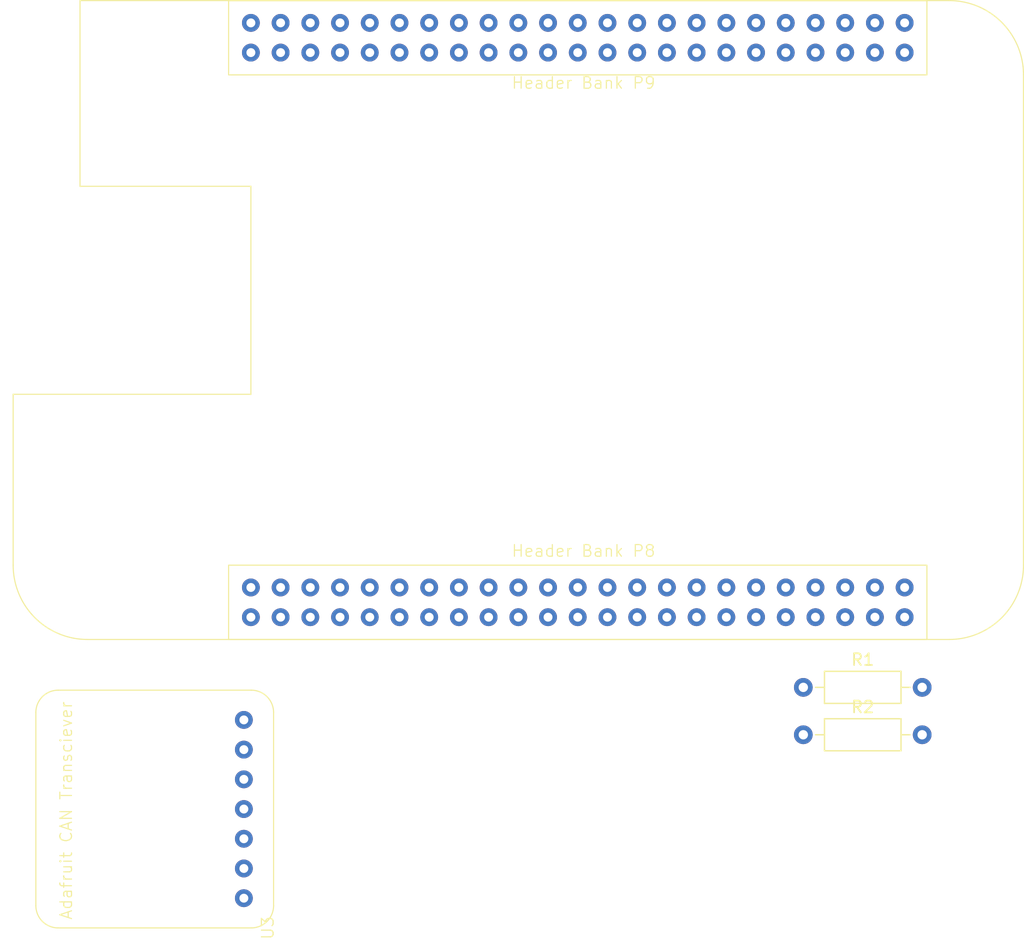
<source format=kicad_pcb>
(kicad_pcb (version 20240108) (generator "pcbnew") (generator_version "8.0")
  (title_block (title "BeagleBone Black PCI104 Motherboard - Ian Goldberg"))
  (layers (0 "F.Cu" signal) (31 "B.Cu" signal) (34 "B.Paste" user) (35 "F.Paste" user) (36 "B.SilkS" user "B.Silkscreen") (37 "F.SilkS" user "F.Silkscreen") (38 "B.Mask" user) (39 "F.Mask" user) (44 "Edge.Cuts" user))
  (net 0 "")
  (net 1 "/5V")
  (net 2 "/I2C_SCL")
  (net 3 "/I2C_SDA")
  (net 5 "/GPIO2_1")
  (net 7 "/GPIO2_24")
  (net 8 "/SYS_RESETn")
  (net 9 "/UART_TX")
  (net 11 "/GPIO2_12")
  (net 12 "GND")
  (net 13 "/GPIO3_21")
  (net 15 "/GPIO2_23")
  (net 16 "/GPIO2_8")
  (net 18 "/GPIO2_10")
  (net 19 "/CAN1_RX")
  (net 21 "/UART_RX")
  (net 22 "/GPIO2_6")
  (net 23 "/GPIO2_7")
  (net 24 "/GPIO1_13")
  (net 25 "/GPIO1_27")
  (net 26 "/GPIO2_9")
  (net 30 "/GPIO2_25")
  (net 31 "/GPIO1_15")
  (net 33 "/GPIO0_7")
  (net 34 "/GPI02_22")
  (net 37 "/GPIO2_13")
  (net 38 "/GPIO1_12")
  (net 39 "/GPIO1_17")
  (net 44 "/CAN1_TX")
  (net 51 "/GPIO1_26")
  (net 53 "/GPIO1_14")
  (footprint "AdafruitCANTransciever:AdafruitCANPal_TJA1051T" (layer "F.Cu") (at 113.06 126.56 90)
    (property "Reference" "U3" (at 0 -0.5 90) (layer "F.SilkS") (effects (font (thickness 0.1))))
    (property "Value" "~")
    (fp_line (start 1.905 -20.32) (end 18.415 -20.32) (stroke (width 0.1)) (layer "F.SilkS"))
    (fp_line (start 20.32 -18.415) (end 20.32 -1.905) (stroke (width 0.1)) (layer "F.SilkS"))
    (fp_line (start 0 -1.905) (end 0 -18.415) (stroke (width 0.1)) (layer "F.SilkS"))
    (fp_line (start 18.415 0) (end 1.905 0) (stroke (width 0.1)) (layer "F.SilkS"))
    (fp_arc (start 18.415 -20.32) (mid 19.762038 -19.762038) (end 20.32 -18.415) (stroke (width 0.1)) (layer "F.SilkS"))
    (fp_arc (start 0 -18.415) (mid 0.557962 -19.762038) (end 1.905 -20.32) (stroke (width 0.1)) (layer "F.SilkS"))
    (fp_arc (start 20.32 -1.905) (mid 19.762038 -0.557962) (end 18.415 0) (stroke (width 0.1)) (layer "F.SilkS"))
    (fp_arc (start 1.905 0) (mid 0.557962 -0.557962) (end 0 -1.905) (stroke (width 0.1)) (layer "F.SilkS"))
    (fp_text user "Adafruit CAN Transciever" (at 0.635 -17.145 90) (layer "F.SilkS") (effects (font (thickness 0.1)) (justify left bottom)))
    (pad "1" thru_hole circle (at 2.54 -2.54 90) (size 1.524 1.524) (drill 0.762) (layers "*.Cu" "*.Mask"))
    (pad "2" thru_hole circle (at 5.08 -2.54 90) (size 1.524 1.524) (drill 0.762) (layers "*.Cu" "*.Mask"))
    (pad "3" thru_hole circle (at 7.62 -2.54 90) (size 1.524 1.524) (drill 0.762) (layers "*.Cu" "*.Mask"))
    (pad "4" thru_hole circle (at 10.16 -2.54 90) (size 1.524 1.524) (drill 0.762) (layers "*.Cu" "*.Mask"))
    (pad "5" thru_hole circle (at 12.7 -2.54 90) (size 1.524 1.524) (drill 0.762) (layers "*.Cu" "*.Mask"))
    (pad "6" thru_hole circle (at 15.24 -2.54 90) (size 1.524 1.524) (drill 0.762) (layers "*.Cu" "*.Mask"))
    (pad "7" thru_hole circle (at 17.78 -2.54 90) (size 1.524 1.524) (drill 0.762) (layers "*.Cu" "*.Mask"))
  )
  (footprint "Module:BeagleBoneBlackFootprint" (layer "F.Cu") (at 90.8 101.905)
    (property "Reference" "U1" (hide yes))
    (property "Value" "~" (hide yes))
    (fp_line (start 0 -20.955) (end 0 -6.35) (stroke (width 0.1)) (layer "F.SilkS"))
    (fp_line (start 0 -20.955) (end 20.32 -20.955) (stroke (width 0.1)) (layer "F.SilkS"))
    (fp_line (start 5.715 -54.61) (end 80.01 -54.61) (stroke (width 0.1)) (layer "F.SilkS"))
    (fp_line (start 5.715 -38.735) (end 5.715 -54.61) (stroke (width 0.1)) (layer "F.SilkS"))
    (fp_line (start 6.35 0) (end 80.01 0) (stroke (width 0.1)) (layer "F.SilkS"))
    (fp_line (start 20.32 -38.735) (end 5.715 -38.735) (stroke (width 0.1)) (layer "F.SilkS"))
    (fp_line (start 20.32 -20.955) (end 20.32 -38.735) (stroke (width 0.1)) (layer "F.SilkS"))
    (fp_line (start 86.36 -48.26) (end 86.36 -6.35) (stroke (width 0.1)) (layer "F.SilkS"))
    (fp_rect (start 18.415 -54.61) (end 78.105 -48.26) (stroke (width 0.1)) (fill none) (layer "F.SilkS"))
    (fp_rect (start 18.415 -6.35) (end 78.105 0) (stroke (width 0.1)) (fill none) (layer "F.SilkS"))
    (fp_arc (start 6.35 0) (mid 1.859872 -1.859872) (end 0 -6.35) (stroke (width 0.1)) (layer "F.SilkS"))
    (fp_arc (start 80.01 -54.61) (mid 84.500128 -52.750128) (end 86.36 -48.26) (stroke (width 0.1)) (layer "F.SilkS"))
    (fp_arc (start 86.36 -6.35) (mid 84.500128 -1.859872) (end 80.01 0) (stroke (width 0.1)) (layer "F.SilkS"))
    (fp_text user "Header Bank P8" (at 42.545 -6.985 0) (layer "F.SilkS") (effects (font (thickness 0.1)) (justify left bottom)))
    (fp_text user "Header Bank P9" (at 42.545 -46.99 0) (layer "F.SilkS") (effects (font (thickness 0.1)) (justify left bottom)))
    (pad "1" thru_hole circle (at 20.32 -50.165) (size 1.524 1.524) (drill 0.762) (layers "*.Cu" "*.Mask") (net 12 "GND"))
    (pad "1" thru_hole circle (at 20.32 -1.905) (size 1.524 1.524) (drill 0.762) (layers "*.Cu" "*.Mask") (net 12 "GND"))
    (pad "2" thru_hole circle (at 20.32 -52.705) (size 1.524 1.524) (drill 0.762) (layers "*.Cu" "*.Mask") (net 12 "GND"))
    (pad "2" thru_hole circle (at 20.32 -4.445) (size 1.524 1.524) (drill 0.762) (layers "*.Cu" "*.Mask") (net 12 "GND"))
    (pad "3" thru_hole circle (at 22.86 -50.165) (size 1.524 1.524) (drill 0.762) (layers "*.Cu" "*.Mask"))
    (pad "3" thru_hole circle (at 22.86 -1.905) (size 1.524 1.524) (drill 0.762) (layers "*.Cu" "*.Mask"))
    (pad "4" thru_hole circle (at 22.86 -52.705) (size 1.524 1.524) (drill 0.762) (layers "*.Cu" "*.Mask"))
    (pad "4" thru_hole circle (at 22.86 -4.445) (size 1.524 1.524) (drill 0.762) (layers "*.Cu" "*.Mask"))
    (pad "5" thru_hole circle (at 25.4 -50.165) (size 1.524 1.524) (drill 0.762) (layers "*.Cu" "*.Mask") (net 1 "/5V"))
    (pad "5" thru_hole circle (at 25.4 -1.905) (size 1.524 1.524) (drill 0.762) (layers "*.Cu" "*.Mask") (net 1 "/5V"))
    (pad "6" thru_hole circle (at 25.4 -52.705) (size 1.524 1.524) (drill 0.762) (layers "*.Cu" "*.Mask") (net 1 "/5V"))
    (pad "6" thru_hole circle (at 25.4 -4.445) (size 1.524 1.524) (drill 0.762) (layers "*.Cu" "*.Mask") (net 1 "/5V"))
    (pad "7" thru_hole circle (at 27.94 -50.165) (size 1.524 1.524) (drill 0.762) (layers "*.Cu" "*.Mask"))
    (pad "7" thru_hole circle (at 27.94 -1.905) (size 1.524 1.524) (drill 0.762) (layers "*.Cu" "*.Mask"))
    (pad "8" thru_hole circle (at 27.94 -52.705) (size 1.524 1.524) (drill 0.762) (layers "*.Cu" "*.Mask"))
    (pad "8" thru_hole circle (at 27.94 -4.445) (size 1.524 1.524) (drill 0.762) (layers "*.Cu" "*.Mask"))
    (pad "9" thru_hole circle (at 30.48 -50.165) (size 1.524 1.524) (drill 0.762) (layers "*.Cu" "*.Mask"))
    (pad "9" thru_hole circle (at 30.48 -1.905) (size 1.524 1.524) (drill 0.762) (layers "*.Cu" "*.Mask"))
    (pad "10" thru_hole circle (at 30.48 -52.705) (size 1.524 1.524) (drill 0.762) (layers "*.Cu" "*.Mask") (net 8 "/SYS_RESETn"))
    (pad "10" thru_hole circle (at 30.48 -4.445) (size 1.524 1.524) (drill 0.762) (layers "*.Cu" "*.Mask") (net 8 "/SYS_RESETn"))
    (pad "11" thru_hole circle (at 33.02 -50.165) (size 1.524 1.524) (drill 0.762) (layers "*.Cu" "*.Mask") (net 24 "/GPIO1_13"))
    (pad "11" thru_hole circle (at 33.02 -1.905) (size 1.524 1.524) (drill 0.762) (layers "*.Cu" "*.Mask") (net 24 "/GPIO1_13"))
    (pad "12" thru_hole circle (at 33.02 -52.705) (size 1.524 1.524) (drill 0.762) (layers "*.Cu" "*.Mask") (net 38 "/GPIO1_12"))
    (pad "12" thru_hole circle (at 33.02 -4.445) (size 1.524 1.524) (drill 0.762) (layers "*.Cu" "*.Mask") (net 38 "/GPIO1_12"))
    (pad "13" thru_hole circle (at 35.56 -50.165) (size 1.524 1.524) (drill 0.762) (layers "*.Cu" "*.Mask"))
    (pad "13" thru_hole circle (at 35.56 -1.905) (size 1.524 1.524) (drill 0.762) (layers "*.Cu" "*.Mask"))
    (pad "14" thru_hole circle (at 35.56 -52.705) (size 1.524 1.524) (drill 0.762) (layers "*.Cu" "*.Mask") (net 51 "/GPIO1_26"))
    (pad "14" thru_hole circle (at 35.56 -4.445) (size 1.524 1.524) (drill 0.762) (layers "*.Cu" "*.Mask") (net 51 "/GPIO1_26"))
    (pad "15" thru_hole circle (at 38.1 -50.165) (size 1.524 1.524) (drill 0.762) (layers "*.Cu" "*.Mask") (net 31 "/GPIO1_15"))
    (pad "15" thru_hole circle (at 38.1 -1.905) (size 1.524 1.524) (drill 0.762) (layers "*.Cu" "*.Mask") (net 31 "/GPIO1_15"))
    (pad "16" thru_hole circle (at 38.1 -52.705) (size 1.524 1.524) (drill 0.762) (layers "*.Cu" "*.Mask") (net 53 "/GPIO1_14"))
    (pad "16" thru_hole circle (at 38.1 -4.445) (size 1.524 1.524) (drill 0.762) (layers "*.Cu" "*.Mask") (net 53 "/GPIO1_14"))
    (pad "17" thru_hole circle (at 40.64 -50.165) (size 1.524 1.524) (drill 0.762) (layers "*.Cu" "*.Mask") (net 25 "/GPIO1_27"))
    (pad "17" thru_hole circle (at 40.64 -1.905) (size 1.524 1.524) (drill 0.762) (layers "*.Cu" "*.Mask") (net 25 "/GPIO1_27"))
    (pad "18" thru_hole circle (at 40.64 -52.705) (size 1.524 1.524) (drill 0.762) (layers "*.Cu" "*.Mask") (net 5 "/GPIO2_1"))
    (pad "18" thru_hole circle (at 40.64 -4.445) (size 1.524 1.524) (drill 0.762) (layers "*.Cu" "*.Mask") (net 5 "/GPIO2_1"))
    (pad "19" thru_hole circle (at 43.18 -50.165) (size 1.524 1.524) (drill 0.762) (layers "*.Cu" "*.Mask"))
    (pad "19" thru_hole circle (at 43.18 -1.905) (size 1.524 1.524) (drill 0.762) (layers "*.Cu" "*.Mask"))
    (pad "20" thru_hole circle (at 43.18 -52.705) (size 1.524 1.524) (drill 0.762) (layers "*.Cu" "*.Mask"))
    (pad "20" thru_hole circle (at 43.18 -4.445) (size 1.524 1.524) (drill 0.762) (layers "*.Cu" "*.Mask"))
    (pad "21" thru_hole circle (at 45.72 -50.165) (size 1.524 1.524) (drill 0.762) (layers "*.Cu" "*.Mask") (net 9 "/UART_TX"))
    (pad "21" thru_hole circle (at 45.72 -1.905) (size 1.524 1.524) (drill 0.762) (layers "*.Cu" "*.Mask") (net 9 "/UART_TX"))
    (pad "22" thru_hole circle (at 45.72 -52.705) (size 1.524 1.524) (drill 0.762) (layers "*.Cu" "*.Mask") (net 21 "/UART_RX"))
    (pad "22" thru_hole circle (at 45.72 -4.445) (size 1.524 1.524) (drill 0.762) (layers "*.Cu" "*.Mask") (net 21 "/UART_RX"))
    (pad "23" thru_hole circle (at 48.26 -50.165) (size 1.524 1.524) (drill 0.762) (layers "*.Cu" "*.Mask") (net 39 "/GPIO1_17"))
    (pad "23" thru_hole circle (at 48.26 -1.905) (size 1.524 1.524) (drill 0.762) (layers "*.Cu" "*.Mask") (net 39 "/GPIO1_17"))
    (pad "24" thru_hole circle (at 48.26 -52.705) (size 1.524 1.524) (drill 0.762) (layers "*.Cu" "*.Mask") (net 19 "/CAN1_RX"))
    (pad "24" thru_hole circle (at 48.26 -4.445) (size 1.524 1.524) (drill 0.762) (layers "*.Cu" "*.Mask") (net 19 "/CAN1_RX"))
    (pad "25" thru_hole circle (at 50.8 -50.165) (size 1.524 1.524) (drill 0.762) (layers "*.Cu" "*.Mask") (net 13 "/GPIO3_21"))
    (pad "25" thru_hole circle (at 50.8 -1.905) (size 1.524 1.524) (drill 0.762) (layers "*.Cu" "*.Mask") (net 13 "/GPIO3_21"))
    (pad "26" thru_hole circle (at 50.8 -52.705) (size 1.524 1.524) (drill 0.762) (layers "*.Cu" "*.Mask") (net 44 "/CAN1_TX"))
    (pad "26" thru_hole circle (at 50.8 -4.445) (size 1.524 1.524) (drill 0.762) (layers "*.Cu" "*.Mask") (net 44 "/CAN1_TX"))
    (pad "27" thru_hole circle (at 53.34 -50.165) (size 1.524 1.524) (drill 0.762) (layers "*.Cu" "*.Mask") (net 34 "/GPI02_22"))
    (pad "27" thru_hole circle (at 53.34 -1.905) (size 1.524 1.524) (drill 0.762) (layers "*.Cu" "*.Mask") (net 34 "/GPI02_22"))
    (pad "28" thru_hole circle (at 53.34 -52.705) (size 1.524 1.524) (drill 0.762) (layers "*.Cu" "*.Mask") (net 7 "/GPIO2_24"))
    (pad "28" thru_hole circle (at 53.34 -4.445) (size 1.524 1.524) (drill 0.762) (layers "*.Cu" "*.Mask") (net 7 "/GPIO2_24"))
    (pad "29" thru_hole circle (at 55.88 -50.165) (size 1.524 1.524) (drill 0.762) (layers "*.Cu" "*.Mask") (net 15 "/GPIO2_23"))
    (pad "29" thru_hole circle (at 55.88 -1.905) (size 1.524 1.524) (drill 0.762) (layers "*.Cu" "*.Mask") (net 15 "/GPIO2_23"))
    (pad "30" thru_hole circle (at 55.88 -52.705) (size 1.524 1.524) (drill 0.762) (layers "*.Cu" "*.Mask") (net 30 "/GPIO2_25"))
    (pad "30" thru_hole circle (at 55.88 -4.445) (size 1.524 1.524) (drill 0.762) (layers "*.Cu" "*.Mask") (net 30 "/GPIO2_25"))
    (pad "31" thru_hole circle (at 58.42 -50.165) (size 1.524 1.524) (drill 0.762) (layers "*.Cu" "*.Mask"))
    (pad "31" thru_hole circle (at 58.42 -1.905) (size 1.524 1.524) (drill 0.762) (layers "*.Cu" "*.Mask"))
    (pad "32" thru_hole circle (at 58.42 -52.705) (size 1.524 1.524) (drill 0.762) (layers "*.Cu" "*.Mask"))
    (pad "32" thru_hole circle (at 58.42 -4.445) (size 1.524 1.524) (drill 0.762) (layers "*.Cu" "*.Mask"))
    (pad "33" thru_hole circle (at 60.96 -50.165) (size 1.524 1.524) (drill 0.762) (layers "*.Cu" "*.Mask"))
    (pad "33" thru_hole circle (at 60.96 -1.905) (size 1.524 1.524) (drill 0.762) (layers "*.Cu" "*.Mask"))
    (pad "34" thru_hole circle (at 60.96 -52.705) (size 1.524 1.524) (drill 0.762) (layers "*.Cu" "*.Mask"))
    (pad "34" thru_hole circle (at 60.96 -4.445) (size 1.524 1.524) (drill 0.762) (layers "*.Cu" "*.Mask"))
    (pad "35" thru_hole circle (at 63.5 -50.165) (size 1.524 1.524) (drill 0.762) (layers "*.Cu" "*.Mask"))
    (pad "35" thru_hole circle (at 63.5 -1.905) (size 1.524 1.524) (drill 0.762) (layers "*.Cu" "*.Mask"))
    (pad "36" thru_hole circle (at 63.5 -52.705) (size 1.524 1.524) (drill 0.762) (layers "*.Cu" "*.Mask"))
    (pad "36" thru_hole circle (at 63.5 -4.445) (size 1.524 1.524) (drill 0.762) (layers "*.Cu" "*.Mask"))
    (pad "37" thru_hole circle (at 66.04 -50.165) (size 1.524 1.524) (drill 0.762) (layers "*.Cu" "*.Mask"))
    (pad "37" thru_hole circle (at 66.04 -1.905) (size 1.524 1.524) (drill 0.762) (layers "*.Cu" "*.Mask"))
    (pad "38" thru_hole circle (at 66.04 -52.705) (size 1.524 1.524) (drill 0.762) (layers "*.Cu" "*.Mask"))
    (pad "38" thru_hole circle (at 66.04 -4.445) (size 1.524 1.524) (drill 0.762) (layers "*.Cu" "*.Mask"))
    (pad "39" thru_hole circle (at 68.58 -50.165) (size 1.524 1.524) (drill 0.762) (layers "*.Cu" "*.Mask") (net 11 "/GPIO2_12"))
    (pad "39" thru_hole circle (at 68.58 -1.905) (size 1.524 1.524) (drill 0.762) (layers "*.Cu" "*.Mask") (net 11 "/GPIO2_12"))
    (pad "40" thru_hole circle (at 68.58 -52.705) (size 1.524 1.524) (drill 0.762) (layers "*.Cu" "*.Mask") (net 37 "/GPIO2_13"))
    (pad "40" thru_hole circle (at 68.58 -4.445) (size 1.524 1.524) (drill 0.762) (layers "*.Cu" "*.Mask") (net 37 "/GPIO2_13"))
    (pad "41" thru_hole circle (at 71.12 -50.165) (size 1.524 1.524) (drill 0.762) (layers "*.Cu" "*.Mask") (net 18 "/GPIO2_10"))
    (pad "41" thru_hole circle (at 71.12 -1.905) (size 1.524 1.524) (drill 0.762) (layers "*.Cu" "*.Mask") (net 18 "/GPIO2_10"))
    (pad "42" thru_hole circle (at 71.12 -52.705) (size 1.524 1.524) (drill 0.762) (layers "*.Cu" "*.Mask") (net 33 "/GPIO0_7"))
    (pad "42" thru_hole circle (at 71.12 -4.445) (size 1.524 1.524) (drill 0.762) (layers "*.Cu" "*.Mask") (net 33 "/GPIO0_7"))
    (pad "43" thru_hole circle (at 73.66 -50.165) (size 1.524 1.524) (drill 0.762) (layers "*.Cu" "*.Mask") (net 16 "/GPIO2_8"))
    (pad "43" thru_hole circle (at 73.66 -1.905) (size 1.524 1.524) (drill 0.762) (layers "*.Cu" "*.Mask") (net 16 "/GPIO2_8"))
    (pad "44" thru_hole circle (at 73.66 -52.705) (size 1.524 1.524) (drill 0.762) (layers "*.Cu" "*.Mask") (net 26 "/GPIO2_9"))
    (pad "44" thru_hole circle (at 73.66 -4.445) (size 1.524 1.524) (drill 0.762) (layers "*.Cu" "*.Mask") (net 26 "/GPIO2_9"))
    (pad "45" thru_hole circle (at 76.2 -50.165) (size 1.524 1.524) (drill 0.762) (layers "*.Cu" "*.Mask") (net 22 "/GPIO2_6"))
    (pad "45" thru_hole circle (at 76.2 -1.905) (size 1.524 1.524) (drill 0.762) (layers "*.Cu" "*.Mask") (net 22 "/GPIO2_6"))
    (pad "46" thru_hole circle (at 76.2 -52.705) (size 1.524 1.524) (drill 0.762) (layers "*.Cu" "*.Mask") (net 23 "/GPIO2_7"))
    (pad "46" thru_hole circle (at 76.2 -4.445) (size 1.524 1.524) (drill 0.762) (layers "*.Cu" "*.Mask") (net 23 "/GPIO2_7"))
  )
  (footprint "Resistor_THT:R_Axial_DIN0207_L6.3mm_D2.5mm_P10.16mm_Horizontal" (layer "F.Cu") (at 158.34 106)
    (property "Reference" "R1" (at 5.08 -2.37 0) (layer "F.SilkS"))
    (property "Value" "10k")
    (fp_line (start 1.04 0) (end 1.81 0) (stroke (width 0.12)) (layer "F.SilkS"))
    (fp_line (start 1.81 -1.37) (end 1.81 1.37) (stroke (width 0.12)) (layer "F.SilkS"))
    (fp_line (start 1.81 1.37) (end 8.35 1.37) (stroke (width 0.12)) (layer "F.SilkS"))
    (fp_line (start 8.35 -1.37) (end 1.81 -1.37) (stroke (width 0.12)) (layer "F.SilkS"))
    (fp_line (start 8.35 1.37) (end 8.35 -1.37) (stroke (width 0.12)) (layer "F.SilkS"))
    (fp_line (start 9.12 0) (end 8.35 0) (stroke (width 0.12)) (layer "F.SilkS"))
    (pad "1" thru_hole circle (at 0 0) (size 1.6 1.6) (drill 0.8) (layers "*.Cu" "*.Mask") (net 1 "/5V"))
    (pad "2" thru_hole oval (at 10.16 0) (size 1.6 1.6) (drill 0.8) (layers "*.Cu" "*.Mask") (net 2 "/I2C_SCL"))
  )
  (footprint "Resistor_THT:R_Axial_DIN0207_L6.3mm_D2.5mm_P10.16mm_Horizontal" (layer "F.Cu") (at 158.34 110.05)
    (property "Reference" "R2" (at 5.08 -2.37 0) (layer "F.SilkS"))
    (property "Value" "10k")
    (fp_line (start 1.04 0) (end 1.81 0) (stroke (width 0.12)) (layer "F.SilkS"))
    (fp_line (start 1.81 -1.37) (end 1.81 1.37) (stroke (width 0.12)) (layer "F.SilkS"))
    (fp_line (start 1.81 1.37) (end 8.35 1.37) (stroke (width 0.12)) (layer "F.SilkS"))
    (fp_line (start 8.35 -1.37) (end 1.81 -1.37) (stroke (width 0.12)) (layer "F.SilkS"))
    (fp_line (start 8.35 1.37) (end 8.35 -1.37) (stroke (width 0.12)) (layer "F.SilkS"))
    (fp_line (start 9.12 0) (end 8.35 0) (stroke (width 0.12)) (layer "F.SilkS"))
    (pad "1" thru_hole circle (at 0 0) (size 1.6 1.6) (drill 0.8) (layers "*.Cu" "*.Mask") (net 1 "/5V"))
    (pad "2" thru_hole oval (at 10.16 0) (size 1.6 1.6) (drill 0.8) (layers "*.Cu" "*.Mask") (net 3 "/I2C_SDA"))
  )
)
</source>
